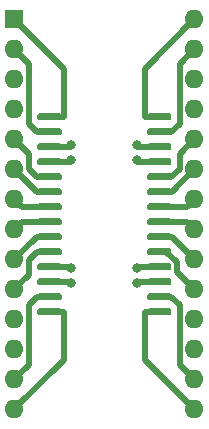
<source format=gbr>
%TF.GenerationSoftware,KiCad,Pcbnew,(5.1.6)-1*%
%TF.CreationDate,2021-05-02T16:05:47+02:00*%
%TF.ProjectId,nv-fram,6e762d66-7261-46d2-9e6b-696361645f70,rev?*%
%TF.SameCoordinates,Original*%
%TF.FileFunction,Copper,L1,Top*%
%TF.FilePolarity,Positive*%
%FSLAX46Y46*%
G04 Gerber Fmt 4.6, Leading zero omitted, Abs format (unit mm)*
G04 Created by KiCad (PCBNEW (5.1.6)-1) date 2021-05-02 16:05:47*
%MOMM*%
%LPD*%
G01*
G04 APERTURE LIST*
%TA.AperFunction,ComponentPad*%
%ADD10O,1.600000X1.600000*%
%TD*%
%TA.AperFunction,ComponentPad*%
%ADD11R,1.600000X1.600000*%
%TD*%
%TA.AperFunction,ViaPad*%
%ADD12C,0.800000*%
%TD*%
%TA.AperFunction,Conductor*%
%ADD13C,0.500000*%
%TD*%
G04 APERTURE END LIST*
%TO.P,U1,28*%
%TO.N,Net-(J1-Pad28)*%
%TA.AperFunction,SMDPad,CuDef*%
G36*
G01*
X148405000Y-80795000D02*
X148405000Y-80495000D01*
G75*
G02*
X148555000Y-80345000I150000J0D01*
G01*
X150305000Y-80345000D01*
G75*
G02*
X150455000Y-80495000I0J-150000D01*
G01*
X150455000Y-80795000D01*
G75*
G02*
X150305000Y-80945000I-150000J0D01*
G01*
X148555000Y-80945000D01*
G75*
G02*
X148405000Y-80795000I0J150000D01*
G01*
G37*
%TD.AperFunction*%
%TO.P,U1,27*%
%TO.N,Net-(J1-Pad27)*%
%TA.AperFunction,SMDPad,CuDef*%
G36*
G01*
X148405000Y-82065000D02*
X148405000Y-81765000D01*
G75*
G02*
X148555000Y-81615000I150000J0D01*
G01*
X150305000Y-81615000D01*
G75*
G02*
X150455000Y-81765000I0J-150000D01*
G01*
X150455000Y-82065000D01*
G75*
G02*
X150305000Y-82215000I-150000J0D01*
G01*
X148555000Y-82215000D01*
G75*
G02*
X148405000Y-82065000I0J150000D01*
G01*
G37*
%TD.AperFunction*%
%TO.P,U1,26*%
%TO.N,Net-(J1-Pad26)*%
%TA.AperFunction,SMDPad,CuDef*%
G36*
G01*
X148405000Y-83335000D02*
X148405000Y-83035000D01*
G75*
G02*
X148555000Y-82885000I150000J0D01*
G01*
X150305000Y-82885000D01*
G75*
G02*
X150455000Y-83035000I0J-150000D01*
G01*
X150455000Y-83335000D01*
G75*
G02*
X150305000Y-83485000I-150000J0D01*
G01*
X148555000Y-83485000D01*
G75*
G02*
X148405000Y-83335000I0J150000D01*
G01*
G37*
%TD.AperFunction*%
%TO.P,U1,25*%
%TO.N,Net-(J1-Pad25)*%
%TA.AperFunction,SMDPad,CuDef*%
G36*
G01*
X148405000Y-84605000D02*
X148405000Y-84305000D01*
G75*
G02*
X148555000Y-84155000I150000J0D01*
G01*
X150305000Y-84155000D01*
G75*
G02*
X150455000Y-84305000I0J-150000D01*
G01*
X150455000Y-84605000D01*
G75*
G02*
X150305000Y-84755000I-150000J0D01*
G01*
X148555000Y-84755000D01*
G75*
G02*
X148405000Y-84605000I0J150000D01*
G01*
G37*
%TD.AperFunction*%
%TO.P,U1,24*%
%TO.N,Net-(J1-Pad24)*%
%TA.AperFunction,SMDPad,CuDef*%
G36*
G01*
X148405000Y-85875000D02*
X148405000Y-85575000D01*
G75*
G02*
X148555000Y-85425000I150000J0D01*
G01*
X150305000Y-85425000D01*
G75*
G02*
X150455000Y-85575000I0J-150000D01*
G01*
X150455000Y-85875000D01*
G75*
G02*
X150305000Y-86025000I-150000J0D01*
G01*
X148555000Y-86025000D01*
G75*
G02*
X148405000Y-85875000I0J150000D01*
G01*
G37*
%TD.AperFunction*%
%TO.P,U1,23*%
%TO.N,Net-(J1-Pad23)*%
%TA.AperFunction,SMDPad,CuDef*%
G36*
G01*
X148405000Y-87145000D02*
X148405000Y-86845000D01*
G75*
G02*
X148555000Y-86695000I150000J0D01*
G01*
X150305000Y-86695000D01*
G75*
G02*
X150455000Y-86845000I0J-150000D01*
G01*
X150455000Y-87145000D01*
G75*
G02*
X150305000Y-87295000I-150000J0D01*
G01*
X148555000Y-87295000D01*
G75*
G02*
X148405000Y-87145000I0J150000D01*
G01*
G37*
%TD.AperFunction*%
%TO.P,U1,22*%
%TO.N,Net-(J1-Pad22)*%
%TA.AperFunction,SMDPad,CuDef*%
G36*
G01*
X148405000Y-88415000D02*
X148405000Y-88115000D01*
G75*
G02*
X148555000Y-87965000I150000J0D01*
G01*
X150305000Y-87965000D01*
G75*
G02*
X150455000Y-88115000I0J-150000D01*
G01*
X150455000Y-88415000D01*
G75*
G02*
X150305000Y-88565000I-150000J0D01*
G01*
X148555000Y-88565000D01*
G75*
G02*
X148405000Y-88415000I0J150000D01*
G01*
G37*
%TD.AperFunction*%
%TO.P,U1,21*%
%TO.N,Net-(J1-Pad21)*%
%TA.AperFunction,SMDPad,CuDef*%
G36*
G01*
X148405000Y-89685000D02*
X148405000Y-89385000D01*
G75*
G02*
X148555000Y-89235000I150000J0D01*
G01*
X150305000Y-89235000D01*
G75*
G02*
X150455000Y-89385000I0J-150000D01*
G01*
X150455000Y-89685000D01*
G75*
G02*
X150305000Y-89835000I-150000J0D01*
G01*
X148555000Y-89835000D01*
G75*
G02*
X148405000Y-89685000I0J150000D01*
G01*
G37*
%TD.AperFunction*%
%TO.P,U1,20*%
%TO.N,Net-(J1-Pad20)*%
%TA.AperFunction,SMDPad,CuDef*%
G36*
G01*
X148405000Y-90955000D02*
X148405000Y-90655000D01*
G75*
G02*
X148555000Y-90505000I150000J0D01*
G01*
X150305000Y-90505000D01*
G75*
G02*
X150455000Y-90655000I0J-150000D01*
G01*
X150455000Y-90955000D01*
G75*
G02*
X150305000Y-91105000I-150000J0D01*
G01*
X148555000Y-91105000D01*
G75*
G02*
X148405000Y-90955000I0J150000D01*
G01*
G37*
%TD.AperFunction*%
%TO.P,U1,19*%
%TO.N,Net-(J1-Pad19)*%
%TA.AperFunction,SMDPad,CuDef*%
G36*
G01*
X148405000Y-92225000D02*
X148405000Y-91925000D01*
G75*
G02*
X148555000Y-91775000I150000J0D01*
G01*
X150305000Y-91775000D01*
G75*
G02*
X150455000Y-91925000I0J-150000D01*
G01*
X150455000Y-92225000D01*
G75*
G02*
X150305000Y-92375000I-150000J0D01*
G01*
X148555000Y-92375000D01*
G75*
G02*
X148405000Y-92225000I0J150000D01*
G01*
G37*
%TD.AperFunction*%
%TO.P,U1,18*%
%TO.N,Net-(J1-Pad18)*%
%TA.AperFunction,SMDPad,CuDef*%
G36*
G01*
X148405000Y-93495000D02*
X148405000Y-93195000D01*
G75*
G02*
X148555000Y-93045000I150000J0D01*
G01*
X150305000Y-93045000D01*
G75*
G02*
X150455000Y-93195000I0J-150000D01*
G01*
X150455000Y-93495000D01*
G75*
G02*
X150305000Y-93645000I-150000J0D01*
G01*
X148555000Y-93645000D01*
G75*
G02*
X148405000Y-93495000I0J150000D01*
G01*
G37*
%TD.AperFunction*%
%TO.P,U1,17*%
%TO.N,Net-(J1-Pad17)*%
%TA.AperFunction,SMDPad,CuDef*%
G36*
G01*
X148405000Y-94765000D02*
X148405000Y-94465000D01*
G75*
G02*
X148555000Y-94315000I150000J0D01*
G01*
X150305000Y-94315000D01*
G75*
G02*
X150455000Y-94465000I0J-150000D01*
G01*
X150455000Y-94765000D01*
G75*
G02*
X150305000Y-94915000I-150000J0D01*
G01*
X148555000Y-94915000D01*
G75*
G02*
X148405000Y-94765000I0J150000D01*
G01*
G37*
%TD.AperFunction*%
%TO.P,U1,16*%
%TO.N,Net-(J1-Pad16)*%
%TA.AperFunction,SMDPad,CuDef*%
G36*
G01*
X148405000Y-96035000D02*
X148405000Y-95735000D01*
G75*
G02*
X148555000Y-95585000I150000J0D01*
G01*
X150305000Y-95585000D01*
G75*
G02*
X150455000Y-95735000I0J-150000D01*
G01*
X150455000Y-96035000D01*
G75*
G02*
X150305000Y-96185000I-150000J0D01*
G01*
X148555000Y-96185000D01*
G75*
G02*
X148405000Y-96035000I0J150000D01*
G01*
G37*
%TD.AperFunction*%
%TO.P,U1,15*%
%TO.N,Net-(J1-Pad15)*%
%TA.AperFunction,SMDPad,CuDef*%
G36*
G01*
X148405000Y-97305000D02*
X148405000Y-97005000D01*
G75*
G02*
X148555000Y-96855000I150000J0D01*
G01*
X150305000Y-96855000D01*
G75*
G02*
X150455000Y-97005000I0J-150000D01*
G01*
X150455000Y-97305000D01*
G75*
G02*
X150305000Y-97455000I-150000J0D01*
G01*
X148555000Y-97455000D01*
G75*
G02*
X148405000Y-97305000I0J150000D01*
G01*
G37*
%TD.AperFunction*%
%TO.P,U1,14*%
%TO.N,GND*%
%TA.AperFunction,SMDPad,CuDef*%
G36*
G01*
X139105000Y-97305000D02*
X139105000Y-97005000D01*
G75*
G02*
X139255000Y-96855000I150000J0D01*
G01*
X141005000Y-96855000D01*
G75*
G02*
X141155000Y-97005000I0J-150000D01*
G01*
X141155000Y-97305000D01*
G75*
G02*
X141005000Y-97455000I-150000J0D01*
G01*
X139255000Y-97455000D01*
G75*
G02*
X139105000Y-97305000I0J150000D01*
G01*
G37*
%TD.AperFunction*%
%TO.P,U1,13*%
%TO.N,Net-(J1-Pad13)*%
%TA.AperFunction,SMDPad,CuDef*%
G36*
G01*
X139105000Y-96035000D02*
X139105000Y-95735000D01*
G75*
G02*
X139255000Y-95585000I150000J0D01*
G01*
X141005000Y-95585000D01*
G75*
G02*
X141155000Y-95735000I0J-150000D01*
G01*
X141155000Y-96035000D01*
G75*
G02*
X141005000Y-96185000I-150000J0D01*
G01*
X139255000Y-96185000D01*
G75*
G02*
X139105000Y-96035000I0J150000D01*
G01*
G37*
%TD.AperFunction*%
%TO.P,U1,12*%
%TO.N,Net-(J1-Pad12)*%
%TA.AperFunction,SMDPad,CuDef*%
G36*
G01*
X139105000Y-94765000D02*
X139105000Y-94465000D01*
G75*
G02*
X139255000Y-94315000I150000J0D01*
G01*
X141005000Y-94315000D01*
G75*
G02*
X141155000Y-94465000I0J-150000D01*
G01*
X141155000Y-94765000D01*
G75*
G02*
X141005000Y-94915000I-150000J0D01*
G01*
X139255000Y-94915000D01*
G75*
G02*
X139105000Y-94765000I0J150000D01*
G01*
G37*
%TD.AperFunction*%
%TO.P,U1,11*%
%TO.N,Net-(J1-Pad11)*%
%TA.AperFunction,SMDPad,CuDef*%
G36*
G01*
X139105000Y-93495000D02*
X139105000Y-93195000D01*
G75*
G02*
X139255000Y-93045000I150000J0D01*
G01*
X141005000Y-93045000D01*
G75*
G02*
X141155000Y-93195000I0J-150000D01*
G01*
X141155000Y-93495000D01*
G75*
G02*
X141005000Y-93645000I-150000J0D01*
G01*
X139255000Y-93645000D01*
G75*
G02*
X139105000Y-93495000I0J150000D01*
G01*
G37*
%TD.AperFunction*%
%TO.P,U1,10*%
%TO.N,Net-(J1-Pad10)*%
%TA.AperFunction,SMDPad,CuDef*%
G36*
G01*
X139105000Y-92225000D02*
X139105000Y-91925000D01*
G75*
G02*
X139255000Y-91775000I150000J0D01*
G01*
X141005000Y-91775000D01*
G75*
G02*
X141155000Y-91925000I0J-150000D01*
G01*
X141155000Y-92225000D01*
G75*
G02*
X141005000Y-92375000I-150000J0D01*
G01*
X139255000Y-92375000D01*
G75*
G02*
X139105000Y-92225000I0J150000D01*
G01*
G37*
%TD.AperFunction*%
%TO.P,U1,9*%
%TO.N,Net-(J1-Pad9)*%
%TA.AperFunction,SMDPad,CuDef*%
G36*
G01*
X139105000Y-90955000D02*
X139105000Y-90655000D01*
G75*
G02*
X139255000Y-90505000I150000J0D01*
G01*
X141005000Y-90505000D01*
G75*
G02*
X141155000Y-90655000I0J-150000D01*
G01*
X141155000Y-90955000D01*
G75*
G02*
X141005000Y-91105000I-150000J0D01*
G01*
X139255000Y-91105000D01*
G75*
G02*
X139105000Y-90955000I0J150000D01*
G01*
G37*
%TD.AperFunction*%
%TO.P,U1,8*%
%TO.N,Net-(J1-Pad8)*%
%TA.AperFunction,SMDPad,CuDef*%
G36*
G01*
X139105000Y-89685000D02*
X139105000Y-89385000D01*
G75*
G02*
X139255000Y-89235000I150000J0D01*
G01*
X141005000Y-89235000D01*
G75*
G02*
X141155000Y-89385000I0J-150000D01*
G01*
X141155000Y-89685000D01*
G75*
G02*
X141005000Y-89835000I-150000J0D01*
G01*
X139255000Y-89835000D01*
G75*
G02*
X139105000Y-89685000I0J150000D01*
G01*
G37*
%TD.AperFunction*%
%TO.P,U1,7*%
%TO.N,Net-(J1-Pad7)*%
%TA.AperFunction,SMDPad,CuDef*%
G36*
G01*
X139105000Y-88415000D02*
X139105000Y-88115000D01*
G75*
G02*
X139255000Y-87965000I150000J0D01*
G01*
X141005000Y-87965000D01*
G75*
G02*
X141155000Y-88115000I0J-150000D01*
G01*
X141155000Y-88415000D01*
G75*
G02*
X141005000Y-88565000I-150000J0D01*
G01*
X139255000Y-88565000D01*
G75*
G02*
X139105000Y-88415000I0J150000D01*
G01*
G37*
%TD.AperFunction*%
%TO.P,U1,6*%
%TO.N,Net-(J1-Pad6)*%
%TA.AperFunction,SMDPad,CuDef*%
G36*
G01*
X139105000Y-87145000D02*
X139105000Y-86845000D01*
G75*
G02*
X139255000Y-86695000I150000J0D01*
G01*
X141005000Y-86695000D01*
G75*
G02*
X141155000Y-86845000I0J-150000D01*
G01*
X141155000Y-87145000D01*
G75*
G02*
X141005000Y-87295000I-150000J0D01*
G01*
X139255000Y-87295000D01*
G75*
G02*
X139105000Y-87145000I0J150000D01*
G01*
G37*
%TD.AperFunction*%
%TO.P,U1,5*%
%TO.N,Net-(J1-Pad5)*%
%TA.AperFunction,SMDPad,CuDef*%
G36*
G01*
X139105000Y-85875000D02*
X139105000Y-85575000D01*
G75*
G02*
X139255000Y-85425000I150000J0D01*
G01*
X141005000Y-85425000D01*
G75*
G02*
X141155000Y-85575000I0J-150000D01*
G01*
X141155000Y-85875000D01*
G75*
G02*
X141005000Y-86025000I-150000J0D01*
G01*
X139255000Y-86025000D01*
G75*
G02*
X139105000Y-85875000I0J150000D01*
G01*
G37*
%TD.AperFunction*%
%TO.P,U1,4*%
%TO.N,Net-(J1-Pad4)*%
%TA.AperFunction,SMDPad,CuDef*%
G36*
G01*
X139105000Y-84605000D02*
X139105000Y-84305000D01*
G75*
G02*
X139255000Y-84155000I150000J0D01*
G01*
X141005000Y-84155000D01*
G75*
G02*
X141155000Y-84305000I0J-150000D01*
G01*
X141155000Y-84605000D01*
G75*
G02*
X141005000Y-84755000I-150000J0D01*
G01*
X139255000Y-84755000D01*
G75*
G02*
X139105000Y-84605000I0J150000D01*
G01*
G37*
%TD.AperFunction*%
%TO.P,U1,3*%
%TO.N,Net-(J1-Pad3)*%
%TA.AperFunction,SMDPad,CuDef*%
G36*
G01*
X139105000Y-83335000D02*
X139105000Y-83035000D01*
G75*
G02*
X139255000Y-82885000I150000J0D01*
G01*
X141005000Y-82885000D01*
G75*
G02*
X141155000Y-83035000I0J-150000D01*
G01*
X141155000Y-83335000D01*
G75*
G02*
X141005000Y-83485000I-150000J0D01*
G01*
X139255000Y-83485000D01*
G75*
G02*
X139105000Y-83335000I0J150000D01*
G01*
G37*
%TD.AperFunction*%
%TO.P,U1,2*%
%TO.N,Net-(J1-Pad2)*%
%TA.AperFunction,SMDPad,CuDef*%
G36*
G01*
X139105000Y-82065000D02*
X139105000Y-81765000D01*
G75*
G02*
X139255000Y-81615000I150000J0D01*
G01*
X141005000Y-81615000D01*
G75*
G02*
X141155000Y-81765000I0J-150000D01*
G01*
X141155000Y-82065000D01*
G75*
G02*
X141005000Y-82215000I-150000J0D01*
G01*
X139255000Y-82215000D01*
G75*
G02*
X139105000Y-82065000I0J150000D01*
G01*
G37*
%TD.AperFunction*%
%TO.P,U1,1*%
%TO.N,Net-(J1-Pad1)*%
%TA.AperFunction,SMDPad,CuDef*%
G36*
G01*
X139105000Y-80795000D02*
X139105000Y-80495000D01*
G75*
G02*
X139255000Y-80345000I150000J0D01*
G01*
X141005000Y-80345000D01*
G75*
G02*
X141155000Y-80495000I0J-150000D01*
G01*
X141155000Y-80795000D01*
G75*
G02*
X141005000Y-80945000I-150000J0D01*
G01*
X139255000Y-80945000D01*
G75*
G02*
X139105000Y-80795000I0J150000D01*
G01*
G37*
%TD.AperFunction*%
%TD*%
D10*
%TO.P,J1,28*%
%TO.N,Net-(J1-Pad28)*%
X152400000Y-72390000D03*
%TO.P,J1,14*%
%TO.N,GND*%
X137160000Y-105410000D03*
%TO.P,J1,27*%
%TO.N,Net-(J1-Pad27)*%
X152400000Y-74930000D03*
%TO.P,J1,13*%
%TO.N,Net-(J1-Pad13)*%
X137160000Y-102870000D03*
%TO.P,J1,26*%
%TO.N,Net-(J1-Pad26)*%
X152400000Y-77470000D03*
%TO.P,J1,12*%
%TO.N,Net-(J1-Pad12)*%
X137160000Y-100330000D03*
%TO.P,J1,25*%
%TO.N,Net-(J1-Pad25)*%
X152400000Y-80010000D03*
%TO.P,J1,11*%
%TO.N,Net-(J1-Pad11)*%
X137160000Y-97790000D03*
%TO.P,J1,24*%
%TO.N,Net-(J1-Pad24)*%
X152400000Y-82550000D03*
%TO.P,J1,10*%
%TO.N,Net-(J1-Pad10)*%
X137160000Y-95250000D03*
%TO.P,J1,23*%
%TO.N,Net-(J1-Pad23)*%
X152400000Y-85090000D03*
%TO.P,J1,9*%
%TO.N,Net-(J1-Pad9)*%
X137160000Y-92710000D03*
%TO.P,J1,22*%
%TO.N,Net-(J1-Pad22)*%
X152400000Y-87630000D03*
%TO.P,J1,8*%
%TO.N,Net-(J1-Pad8)*%
X137160000Y-90170000D03*
%TO.P,J1,21*%
%TO.N,Net-(J1-Pad21)*%
X152400000Y-90170000D03*
%TO.P,J1,7*%
%TO.N,Net-(J1-Pad7)*%
X137160000Y-87630000D03*
%TO.P,J1,20*%
%TO.N,Net-(J1-Pad20)*%
X152400000Y-92710000D03*
%TO.P,J1,6*%
%TO.N,Net-(J1-Pad6)*%
X137160000Y-85090000D03*
%TO.P,J1,19*%
%TO.N,Net-(J1-Pad19)*%
X152400000Y-95250000D03*
%TO.P,J1,5*%
%TO.N,Net-(J1-Pad5)*%
X137160000Y-82550000D03*
%TO.P,J1,18*%
%TO.N,Net-(J1-Pad18)*%
X152400000Y-97790000D03*
%TO.P,J1,4*%
%TO.N,Net-(J1-Pad4)*%
X137160000Y-80010000D03*
%TO.P,J1,17*%
%TO.N,Net-(J1-Pad17)*%
X152400000Y-100330000D03*
%TO.P,J1,3*%
%TO.N,Net-(J1-Pad3)*%
X137160000Y-77470000D03*
%TO.P,J1,16*%
%TO.N,Net-(J1-Pad16)*%
X152400000Y-102870000D03*
%TO.P,J1,2*%
%TO.N,Net-(J1-Pad2)*%
X137160000Y-74930000D03*
%TO.P,J1,15*%
%TO.N,Net-(J1-Pad15)*%
X152400000Y-105410000D03*
D11*
%TO.P,J1,1*%
%TO.N,Net-(J1-Pad1)*%
X137160000Y-72390000D03*
%TD*%
D12*
%TO.N,Net-(J1-Pad26)*%
X147574000Y-83058000D03*
%TO.N,Net-(J1-Pad12)*%
X141986000Y-94742000D03*
%TO.N,Net-(J1-Pad25)*%
X147574000Y-84328000D03*
%TO.N,Net-(J1-Pad11)*%
X141986000Y-93472000D03*
%TO.N,Net-(J1-Pad18)*%
X147574000Y-93472000D03*
%TO.N,Net-(J1-Pad4)*%
X141986000Y-84328000D03*
%TO.N,Net-(J1-Pad17)*%
X147574000Y-94742000D03*
%TO.N,Net-(J1-Pad3)*%
X141986000Y-83058000D03*
%TD*%
D13*
%TO.N,Net-(J1-Pad28)*%
X149430000Y-80645000D02*
X148209000Y-80645000D01*
X148209000Y-76581000D02*
X152400000Y-72390000D01*
X148209000Y-80645000D02*
X148209000Y-76581000D01*
%TO.N,GND*%
X140130000Y-97155000D02*
X141351000Y-97155000D01*
X141351000Y-101219000D02*
X137160000Y-105410000D01*
X141351000Y-97155000D02*
X141351000Y-101219000D01*
%TO.N,Net-(J1-Pad27)*%
X151149999Y-76180001D02*
X152400000Y-74930000D01*
X151149999Y-81220001D02*
X151149999Y-76180001D01*
X150455000Y-81915000D02*
X151149999Y-81220001D01*
X149430000Y-81915000D02*
X150455000Y-81915000D01*
%TO.N,Net-(J1-Pad13)*%
X138410001Y-96579999D02*
X138410001Y-101619999D01*
X139105000Y-95885000D02*
X138410001Y-96579999D01*
X138410001Y-101619999D02*
X137160000Y-102870000D01*
X140130000Y-95885000D02*
X139105000Y-95885000D01*
%TO.N,Net-(J1-Pad26)*%
X147701000Y-83185000D02*
X147574000Y-83058000D01*
X149430000Y-83185000D02*
X147701000Y-83185000D01*
%TO.N,Net-(J1-Pad12)*%
X141859000Y-94615000D02*
X141986000Y-94742000D01*
X140130000Y-94615000D02*
X141859000Y-94615000D01*
%TO.N,Net-(J1-Pad25)*%
X147701000Y-84455000D02*
X147574000Y-84328000D01*
X149430000Y-84455000D02*
X147701000Y-84455000D01*
%TO.N,Net-(J1-Pad11)*%
X141859000Y-93345000D02*
X141986000Y-93472000D01*
X140130000Y-93345000D02*
X141859000Y-93345000D01*
%TO.N,Net-(J1-Pad24)*%
X151149999Y-83800001D02*
X152400000Y-82550000D01*
X150455000Y-85725000D02*
X151149999Y-85030001D01*
X151149999Y-85030001D02*
X151149999Y-83800001D01*
X149430000Y-85725000D02*
X150455000Y-85725000D01*
%TO.N,Net-(J1-Pad10)*%
X138410001Y-93999999D02*
X137160000Y-95250000D01*
X138410001Y-92769999D02*
X138410001Y-93999999D01*
X139105000Y-92075000D02*
X138410001Y-92769999D01*
X140130000Y-92075000D02*
X139105000Y-92075000D01*
%TO.N,Net-(J1-Pad23)*%
X150495000Y-86995000D02*
X152400000Y-85090000D01*
X149430000Y-86995000D02*
X150495000Y-86995000D01*
%TO.N,Net-(J1-Pad9)*%
X139065000Y-90805000D02*
X137160000Y-92710000D01*
X140130000Y-90805000D02*
X139065000Y-90805000D01*
%TO.N,Net-(J1-Pad22)*%
X151765000Y-88265000D02*
X152400000Y-87630000D01*
X149430000Y-88265000D02*
X151765000Y-88265000D01*
%TO.N,Net-(J1-Pad8)*%
X137795000Y-89535000D02*
X137160000Y-90170000D01*
X140130000Y-89535000D02*
X137795000Y-89535000D01*
%TO.N,Net-(J1-Pad21)*%
X151765000Y-89535000D02*
X152400000Y-90170000D01*
X149430000Y-89535000D02*
X151765000Y-89535000D01*
%TO.N,Net-(J1-Pad7)*%
X137795000Y-88265000D02*
X137160000Y-87630000D01*
X140130000Y-88265000D02*
X137795000Y-88265000D01*
%TO.N,Net-(J1-Pad20)*%
X150495000Y-90805000D02*
X152400000Y-92710000D01*
X149430000Y-90805000D02*
X150495000Y-90805000D01*
%TO.N,Net-(J1-Pad6)*%
X139065000Y-86995000D02*
X137160000Y-85090000D01*
X140130000Y-86995000D02*
X139065000Y-86995000D01*
%TO.N,Net-(J1-Pad19)*%
X150905010Y-93755010D02*
X152400000Y-95250000D01*
X150905010Y-92946466D02*
X150905010Y-93755010D01*
X150033544Y-92075000D02*
X150905010Y-92946466D01*
X149430000Y-92075000D02*
X150033544Y-92075000D01*
%TO.N,Net-(J1-Pad5)*%
X138410001Y-83800001D02*
X137160000Y-82550000D01*
X138410001Y-85030001D02*
X138410001Y-83800001D01*
X139105000Y-85725000D02*
X138410001Y-85030001D01*
X140130000Y-85725000D02*
X139105000Y-85725000D01*
%TO.N,Net-(J1-Pad18)*%
X147701000Y-93345000D02*
X147574000Y-93472000D01*
X149430000Y-93345000D02*
X147701000Y-93345000D01*
%TO.N,Net-(J1-Pad4)*%
X141859000Y-84455000D02*
X141986000Y-84328000D01*
X140130000Y-84455000D02*
X141859000Y-84455000D01*
%TO.N,Net-(J1-Pad17)*%
X147701000Y-94615000D02*
X147574000Y-94742000D01*
X149430000Y-94615000D02*
X147701000Y-94615000D01*
%TO.N,Net-(J1-Pad3)*%
X141859000Y-83185000D02*
X141986000Y-83058000D01*
X140130000Y-83185000D02*
X141859000Y-83185000D01*
%TO.N,Net-(J1-Pad16)*%
X151149999Y-101619999D02*
X152400000Y-102870000D01*
X151149999Y-96579999D02*
X151149999Y-101619999D01*
X150455000Y-95885000D02*
X151149999Y-96579999D01*
X149430000Y-95885000D02*
X150455000Y-95885000D01*
%TO.N,Net-(J1-Pad2)*%
X138410001Y-76180001D02*
X137160000Y-74930000D01*
X139105000Y-81915000D02*
X138410001Y-81220001D01*
X138410001Y-81220001D02*
X138410001Y-76180001D01*
X140130000Y-81915000D02*
X139105000Y-81915000D01*
%TO.N,Net-(J1-Pad15)*%
X149430000Y-97155000D02*
X148209000Y-97155000D01*
X148209000Y-101219000D02*
X152400000Y-105410000D01*
X148209000Y-97155000D02*
X148209000Y-101219000D01*
%TO.N,Net-(J1-Pad1)*%
X140130000Y-80645000D02*
X141351000Y-80645000D01*
X141351000Y-76581000D02*
X137160000Y-72390000D01*
X141351000Y-80645000D02*
X141351000Y-76581000D01*
%TD*%
M02*

</source>
